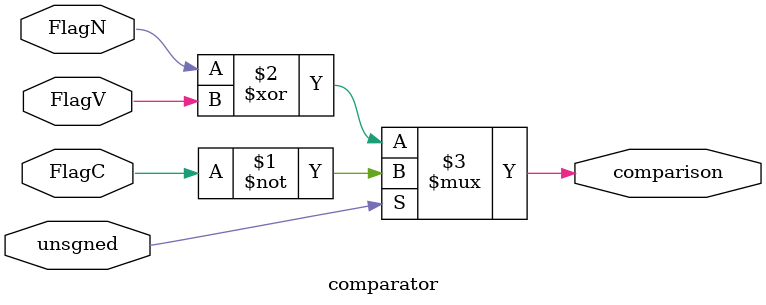
<source format=v>
`timescale 1ns / 1ps


module comparator(
    input FlagN, FlagV, FlagC, unsgned, 
    output comparison
    );
    assign comparison = (unsgned) ? ~FlagC:
                                    FlagN ^ FlagV;
endmodule

</source>
